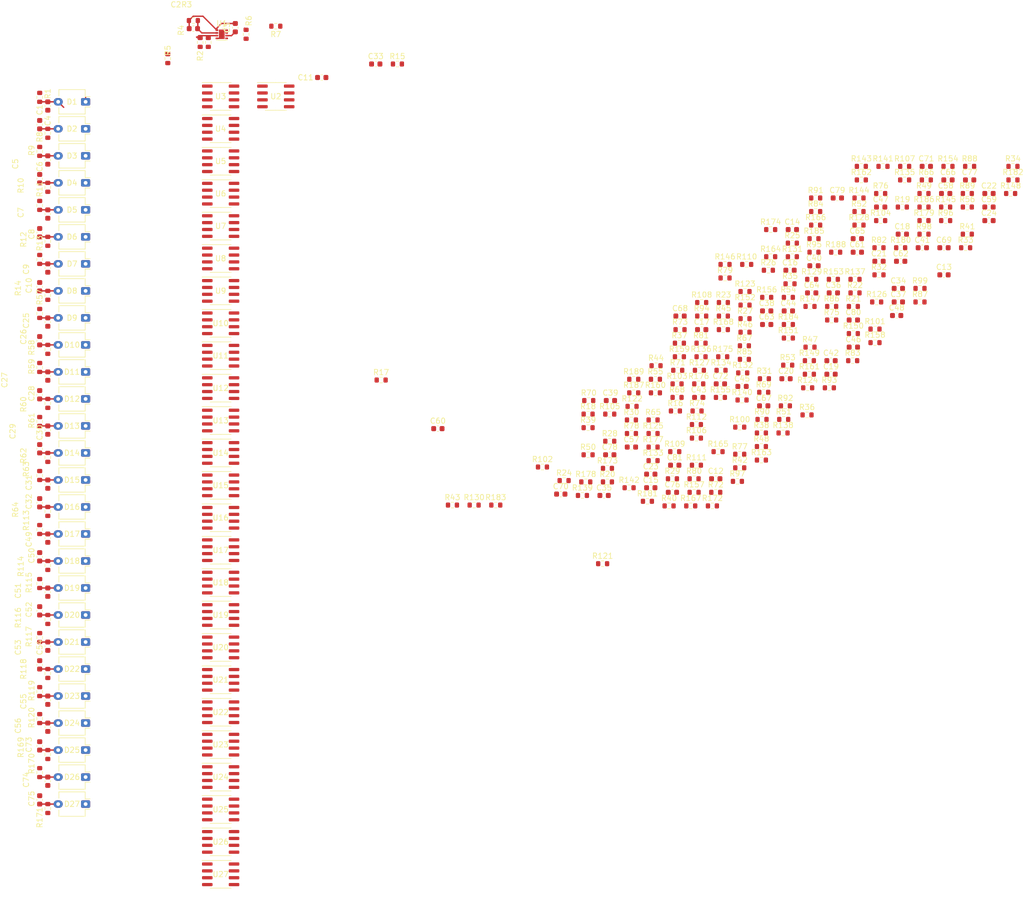
<source format=kicad_pcb>
(kicad_pcb (version 20211014) (generator pcbnew)
  (layers (0 "F.Cu" signal) (31 "B.Cu" signal) (34 "B.Paste" user) (35 "F.Paste" user) (36 "B.SilkS" user "B.Silkscreen") (37 "F.SilkS" user "F.Silkscreen") (38 "B.Mask" user) (39 "F.Mask" user) (44 "Edge.Cuts" user))
  (net 0 "")
  (net 1 "Net-(C1-Pad1)")
  (net 2 "GND")
  (net 3 "Net-(C4-Pad1)")
  (net 4 "Net-(C6-Pad1)")
  (net 5 "Net-(C7-Pad1)")
  (net 6 "Net-(C8-Pad1)")
  (net 7 "Net-(C9-Pad1)")
  (net 8 "Net-(C10-Pad1)")
  (net 9 "Net-(C11-Pad1)")
  (net 10 "Net-(C13-Pad1)")
  (net 11 "+3V3")
  (net 12 "Net-(C2-Pad2)")
  (net 13 "Net-(C5-Pad1)")
  (net 14 "Net-(C11-Pad2)")
  (net 15 "Net-(C12-Pad1)")
  (net 16 "Net-(C12-Pad2)")
  (net 17 "Net-(C13-Pad2)")
  (net 18 "Net-(C14-Pad1)")
  (net 19 "Net-(C14-Pad2)")
  (net 20 "Net-(C15-Pad1)")
  (net 21 "Net-(C15-Pad2)")
  (net 22 "Net-(C16-Pad1)")
  (net 23 "Net-(C16-Pad2)")
  (net 24 "Net-(C17-Pad1)")
  (net 25 "Net-(C17-Pad2)")
  (net 26 "Net-(C18-Pad2)")
  (net 27 "Net-(C19-Pad2)")
  (net 28 "Net-(C20-Pad2)")
  (net 29 "Net-(C21-Pad2)")
  (net 30 "Net-(C22-Pad2)")
  (net 31 "Net-(C23-Pad2)")
  (net 32 "Net-(C24-Pad2)")
  (net 33 "Net-(C25-Pad1)")
  (net 34 "Net-(C26-Pad1)")
  (net 35 "Net-(C27-Pad1)")
  (net 36 "Net-(C28-Pad1)")
  (net 37 "Net-(C29-Pad1)")
  (net 38 "Net-(C30-Pad1)")
  (net 39 "Net-(C31-Pad1)")
  (net 40 "Net-(C32-Pad1)")
  (net 41 "Net-(C33-Pad1)")
  (net 42 "Net-(C33-Pad2)")
  (net 43 "Net-(C34-Pad1)")
  (net 44 "Net-(C34-Pad2)")
  (net 45 "Net-(C35-Pad1)")
  (net 46 "Net-(C35-Pad2)")
  (net 47 "Net-(C36-Pad1)")
  (net 48 "Net-(C36-Pad2)")
  (net 49 "Net-(C37-Pad1)")
  (net 50 "Net-(C37-Pad2)")
  (net 51 "Net-(C38-Pad1)")
  (net 52 "Net-(C38-Pad2)")
  (net 53 "Net-(C39-Pad1)")
  (net 54 "Net-(C39-Pad2)")
  (net 55 "Net-(C40-Pad1)")
  (net 56 "Net-(C40-Pad2)")
  (net 57 "Net-(C41-Pad2)")
  (net 58 "Net-(C42-Pad2)")
  (net 59 "Net-(C43-Pad2)")
  (net 60 "Net-(C44-Pad2)")
  (net 61 "Net-(C45-Pad2)")
  (net 62 "Net-(C46-Pad2)")
  (net 63 "Net-(C47-Pad2)")
  (net 64 "Net-(C48-Pad2)")
  (net 65 "Net-(R36-Pad2)")
  (net 66 "Net-(R37-Pad2)")
  (net 67 "Net-(R38-Pad2)")
  (net 68 "Net-(R39-Pad2)")
  (net 69 "Net-(R40-Pad2)")
  (net 70 "Net-(R41-Pad2)")
  (net 71 "Net-(R42-Pad2)")
  (net 72 "Net-(R43-Pad2)")
  (net 73 "Net-(R44-Pad2)")
  (net 74 "Net-(R45-Pad2)")
  (net 75 "Net-(R46-Pad2)")
  (net 76 "Net-(R47-Pad2)")
  (net 77 "Net-(R48-Pad2)")
  (net 78 "Net-(R49-Pad2)")
  (net 86 "Net-(R89-Pad2)")
  (net 87 "Net-(R90-Pad2)")
  (net 88 "Net-(R91-Pad2)")
  (net 89 "Net-(R100-Pad1)")
  (net 90 "Net-(R101-Pad1)")
  (net 91 "Net-(R102-Pad1)")
  (net 92 "Net-(R103-Pad1)")
  (net 93 "Net-(R104-Pad1)")
  (net 94 "Net-(R105-Pad1)")
  (net 95 "Net-(R106-Pad1)")
  (net 96 "Net-(R107-Pad1)")
  (net 97 "Net-(R100-Pad2)")
  (net 98 "Net-(R101-Pad2)")
  (net 99 "Net-(R102-Pad2)")
  (net 100 "Net-(R103-Pad2)")
  (net 101 "Net-(R104-Pad2)")
  (net 110 "Net-(C49-Pad1)")
  (net 111 "Net-(C50-Pad1)")
  (net 112 "Net-(C51-Pad1)")
  (net 113 "Net-(C52-Pad1)")
  (net 114 "Net-(C53-Pad1)")
  (net 115 "Net-(C54-Pad1)")
  (net 116 "Net-(C55-Pad1)")
  (net 117 "Net-(C56-Pad1)")
  (net 118 "Net-(C57-Pad1)")
  (net 119 "Net-(C57-Pad2)")
  (net 120 "Net-(C58-Pad1)")
  (net 121 "Net-(C58-Pad2)")
  (net 122 "Net-(C59-Pad1)")
  (net 123 "Net-(C59-Pad2)")
  (net 124 "Net-(C60-Pad1)")
  (net 125 "Net-(C60-Pad2)")
  (net 126 "Net-(C61-Pad1)")
  (net 127 "Net-(C61-Pad2)")
  (net 128 "Net-(C62-Pad1)")
  (net 129 "Net-(C62-Pad2)")
  (net 130 "Net-(C63-Pad1)")
  (net 131 "Net-(C63-Pad2)")
  (net 132 "Net-(C64-Pad1)")
  (net 133 "Net-(C64-Pad2)")
  (net 134 "Net-(C65-Pad2)")
  (net 135 "Net-(C66-Pad2)")
  (net 136 "Net-(C67-Pad2)")
  (net 137 "Net-(C68-Pad2)")
  (net 138 "Net-(C69-Pad2)")
  (net 139 "Net-(C70-Pad2)")
  (net 140 "Net-(C71-Pad2)")
  (net 141 "Net-(C72-Pad2)")
  (net 142 "Net-(C73-Pad1)")
  (net 143 "Net-(C74-Pad1)")
  (net 144 "Net-(C75-Pad1)")
  (net 145 "Net-(C76-Pad1)")
  (net 146 "Net-(C76-Pad2)")
  (net 147 "Net-(C77-Pad1)")
  (net 148 "Net-(C77-Pad2)")
  (net 149 "Net-(C78-Pad1)")
  (net 150 "Net-(C78-Pad2)")
  (net 151 "Net-(C79-Pad2)")
  (net 152 "Net-(C80-Pad2)")
  (net 153 "Net-(C81-Pad2)")
  (net 154 "Net-(R145-Pad2)")
  (net 155 "Net-(R146-Pad2)")
  (net 156 "Net-(R147-Pad2)")
  (net 157 "Net-(R148-Pad2)")
  (net 158 "Net-(R149-Pad2)")
  (net 159 "Net-(R150-Pad2)")
  (net 160 "Net-(R151-Pad2)")
  (net 161 "Net-(R152-Pad2)")
  (net 162 "Net-(R153-Pad2)")
  (net 163 "Net-(R154-Pad2)")
  (net 164 "Net-(R155-Pad2)")
  (net 165 "Net-(R156-Pad2)")
  (net 166 "Net-(R157-Pad2)")
  (net 167 "Net-(R158-Pad2)")
  (net 168 "Net-(R159-Pad2)")
  (net 169 "Net-(R160-Pad2)")
  (net 178 "Net-(R181-Pad2)")
  (net 179 "Net-(R182-Pad2)")
  (net 180 "Net-(R183-Pad2)")
  (net 181 "Net-(R184-Pad2)")
  (net 182 "Net-(R185-Pad2)")
  (net 183 "Net-(R186-Pad2)")
  (net 188 "Net-(C2-Pad1)")
  (net 189 "Net-(C3-Pad2)")
  (net 190 "Net-(R5-Pad2)")
  (net 191 "Net-(R6-Pad2)")
  (footprint "Resistor_SMD:R_0603_1608Metric" (layer "F.Cu") (at 138.82 99.33)
    (fp_text reference "R28")
    (fp_text value "680k")
  )
  (footprint "Resistor_SMD:R_0603_1608Metric" (layer "F.Cu") (at 142.83 97.9)
    (fp_text reference "R78")
    (fp_text value "680k")
  )
  (footprint "Resistor_SMD:R_0603_1608Metric" (layer "F.Cu") (at 213.46 50.96)
    (fp_text reference "R182")
    (fp_text value "1k")
  )
  (footprint "Capacitor_SMD:C_0603_1608Metric" (layer "F.Cu") (at 69.5 22.775 -90)
    (fp_text reference "C3")
    (fp_text value "100n")
  )
  (footprint "Capacitor_SMD:C_0603_1608Metric" (layer "F.Cu") (at 33.29 80.725 90)
    (fp_text reference "C26")
    (fp_text value "100n")
  )
  (footprint "Capacitor_SMD:C_0603_1608Metric" (layer "F.Cu") (at 33.29 70.725 90)
    (fp_text reference "C10")
    (fp_text value "100n")
  )
  (footprint "Capacitor_SMD:C_0603_1608Metric" (layer "F.Cu") (at 33.29 130.725 90)
    (fp_text reference "C52")
    (fp_text value "100n")
  )
  (footprint "Resistor_SMD:R_0603_1608Metric" (layer "F.Cu") (at 33.29 85.675 -90)
    (fp_text reference "R59")
    (fp_text value "18k")
  )
  (footprint "Resistor_SMD:R_0603_1608Metric" (layer "F.Cu") (at 162.45 106.76)
    (fp_text reference "R97")
    (fp_text value "220k")
  )
  (footprint "Resistor_SMD:R_0603_1608Metric" (layer "F.Cu") (at 154.98 93.73)
    (fp_text reference "R74")
    (fp_text value "680k")
  )
  (footprint "Resistor_SMD:R_0603_1608Metric" (layer "F.Cu") (at 33.29 55.675 -90)
    (fp_text reference "R11")
    (fp_text value "18k")
  )
  (footprint "Resistor_SMD:R_0603_1608Metric" (layer "F.Cu") (at 33.29 65.675 -90)
    (fp_text reference "R13")
    (fp_text value "18k")
  )
  (footprint "Resistor_SMD:R_0603_1608Metric" (layer "F.Cu") (at 205.44 48.45)
    (fp_text reference "R88")
    (fp_text value "10k")
  )
  (footprint "Resistor_SMD:R_0603_1608Metric" (layer "F.Cu") (at 193.41 48.45)
    (fp_text reference "R107")
    (fp_text value "47")
  )
  (footprint "Resistor_SMD:R_0603_1608Metric" (layer "F.Cu") (at 185.39 48.45)
    (fp_text reference "R143")
    (fp_text value "10k")
  )
  (footprint "Capacitor_SMD:C_0603_1608Metric" (layer "F.Cu") (at 34.79 117.275 -90)
    (fp_text reference "C49")
    (fp_text value "100n")
  )
  (footprint "Resistor_SMD:R_0603_1608Metric" (layer "F.Cu") (at 34.79 112.325 90)
    (fp_text reference "R64")
    (fp_text value "18k")
  )
  (footprint "Resistor_SMD:R_0603_1608Metric" (layer "F.Cu") (at 163.43 86.68)
    (fp_text reference "R132")
    (fp_text value "680k")
  )
  (footprint "Capacitor_SMD:C_0603_1608Metric" (layer "F.Cu") (at 191.93 76.06)
    (fp_text reference "C48")
    (fp_text value "100n")
  )
  (footprint "OptoDevice:Osram_DIL2_4.3x4.65mm_P5.08mm" (layer "F.Cu") (at 41.79 116.5 180)
    (fp_text reference "D17")
    (fp_text value "BPW34")
  )
  (footprint "Resistor_SMD:R_0603_1608Metric" (layer "F.Cu") (at 155.84 73.65)
    (fp_text reference "R108")
    (fp_text value "47")
  )
  (footprint "Resistor_SMD:R_0603_1608Metric" (layer "F.Cu") (at 142.4 107.94)
    (fp_text reference "R142")
    (fp_text value "10k")
  )
  (footprint "Resistor_SMD:R_0603_1608Metric" (layer "F.Cu") (at 34.79 62.325 90)
    (fp_text reference "R12")
    (fp_text value "18k")
  )
  (footprint "Resistor_SMD:R_0603_1608Metric" (layer "F.Cu") (at 192.67 63.51)
    (fp_text reference "R180")
    (fp_text value "10k")
  )
  (footprint "Resistor_SMD:R_0603_1608Metric" (layer "F.Cu") (at 158.44 108.79)
    (fp_text reference "R72")
    (fp_text value "27k")
  )
  (footprint "Resistor_SMD:R_0603_1608Metric" (layer "F.Cu") (at 176.94 56.81)
    (fp_text reference "R84")
    (fp_text value "10k")
  )
  (footprint "Resistor_SMD:R_0603_1608Metric" (layer "F.Cu") (at 201.43 48.45)
    (fp_text reference "R154")
    (fp_text value "220k")
  )
  (footprint "Capacitor_SMD:C_0603_1608Metric" (layer "F.Cu") (at 197.42 48.45)
    (fp_text reference "C71")
    (fp_text value "100n")
  )
  (footprint "Capacitor_SMD:C_0603_1608Metric" (layer "F.Cu") (at 95.5 29.5)
    (fp_text reference "C33")
    (fp_text value "2p2")
  )
  (footprint "Resistor_SMD:R_0603_1608Metric" (layer "F.Cu") (at 146.84 97.9)
    (fp_text reference "R125")
    (fp_text value "27k")
  )
  (footprint "OptoDevice:Osram_DIL2_4.3x4.65mm_P5.08mm" (layer "F.Cu") (at 41.79 71.5 180)
    (fp_text reference "D8")
    (fp_text value "BPW34")
  )
  (footprint "Capacitor_SMD:C_0603_1608Metric" (layer "F.Cu") (at 176.63 66.85)
    (fp_text reference "C40")
    (fp_text value "2p2")
  )
  (footprint "Resistor_SMD:R_0603_1608Metric" (layer "F.Cu") (at 171.88 72.7)
    (fp_text reference "R54")
    (fp_text value "47")
  )
  (footprint "Resistor_SMD:R_0603_1608Metric" (layer "F.Cu") (at 151.71 83.69)
    (fp_text reference "R159")
    (fp_text value "220k")
  )
  (footprint "Resistor_SMD:R_0603_1608Metric" (layer "F.Cu") (at 162.88 101.74)
    (fp_text reference "R77")
    (fp_text value "680k")
  )
  (footprint "Capacitor_SMD:C_0603_1608Metric" (layer "F.Cu") (at 34.79 152.275 -90)
    (fp_text reference "C56")
    (fp_text value "100n")
  )
  (footprint "Resistor_SMD:R_0603_1608Metric" (layer "F.Cu") (at 179.47 89.44)
    (fp_text reference "R93")
    (fp_text value "1k")
  )
  (footprint "Package_SO:SOIC-8_3.9x4.9mm_P1.27mm" (layer "F.Cu") (at 66.79 41.5)
    (fp_text reference "U4")
    (fp_text value "MCP6022")
  )
  (footprint "Resistor_SMD:R_0603_1608Metric" (layer "F.Cu") (at 151.4 86.2)
    (fp_text reference "R71")
    (fp_text value "27k")
  )
  (footprint "Resistor_SMD:R_0603_1608Metric" (layer "F.Cu") (at 205.01 53.47)
    (fp_text reference "R89")
    (fp_text value "1k")
  )
  (footprint "Resistor_SMD:R_0603_1608Metric" (layer "F.Cu") (at 167.01 95.29)
    (fp_text reference "R90")
    (fp_text value "1k")
  )
  (footprint "Resistor_SMD:R_0603_1608Metric" (layer "F.Cu") (at 63 25.5 -90)
    (fp_text reference "R2")
    (fp_text value "27k")
  )
  (footprint "Resistor_SMD:R_0603_1608Metric" (layer "F.Cu") (at 184.22 69.36)
    (fp_text reference "R137")
    (fp_text value "10k")
  )
  (footprint "Capacitor_SMD:C_0603_1608Metric" (layer "F.Cu") (at 138.94 91.8)
    (fp_text reference "C39")
    (fp_text value "2p2")
  )
  (footprint "Resistor_SMD:R_0603_1608Metric" (layer "F.Cu") (at 160.16 69.11)
    (fp_text reference "R79")
    (fp_text value "680k")
  )
  (footprint "Capacitor_SMD:C_0603_1608Metric" (layer "F.Cu") (at 172.19 67.68)
    (fp_text reference "C16")
    (fp_text value "2p2")
  )
  (footprint "Resistor_SMD:R_0603_1608Metric" (layer "F.Cu") (at 134.81 94.31)
    (fp_text reference "R18")
    (fp_text value "27k")
  )
  (footprint "Resistor_SMD:R_0603_1608Metric" (layer "F.Cu") (at 34.79 167.325 90)
    (fp_text reference "R171")
    (fp_text value "18k")
  )
  (footprint "Resistor_SMD:R_0603_1608Metric" (layer "F.Cu") (at 151.83 78.67)
    (fp_text reference "R73")
    (fp_text value "680k")
  )
  (footprint "Resistor_SMD:R_0603_1608Metric" (layer "F.Cu") (at 159.85 78.67)
    (fp_text reference "R168")
    (fp_text value "47")
  )
  (footprint "OptoDevice:Osram_DIL2_4.3x4.65mm_P5.08mm" (layer "F.Cu") (at 41.79 151.5 180)
    (fp_text reference "D24")
    (fp_text value "BPW34")
  )
  (footprint "Resistor_SMD:R_0603_1608Metric" (layer "F.Cu") (at 158.87 101.26)
    (fp_text reference "R165")
    (fp_text value "47")
  )
  (footprint "Resistor_SMD:R_0603_1608Metric" (layer "F.Cu") (at 193.41 50.96)
    (fp_text reference "R135")
    (fp_text value "680k")
  )
  (footprint "Capacitor_SMD:C_0603_1608Metric" (layer "F.Cu") (at 172.62 60.15)
    (fp_text reference "C14")
    (fp_text value "2p2")
  )
  (footprint "Resistor_SMD:R_0603_1608Metric" (layer "F.Cu") (at 164.17 66.6)
    (fp_text reference "R110")
    (fp_text value "47")
  )
  (footprint "Resistor_SMD:R_0603_1608Metric" (layer "F.Cu") (at 157.82 111.3)
    (fp_text reference "R172")
    (fp_text value "27k")
  )
  (footprint "Capacitor_SMD:C_0603_1608Metric" (layer "F.Cu") (at 138.82 101.84)
    (fp_text reference "C78")
    (fp_text value "2p2")
  )
  (footprint "Capacitor_SMD:C_0603_1608Metric" (layer "F.Cu") (at 107 97)
    (fp_text reference "C60")
    (fp_text value "2p2")
  )
  (footprint "Resistor_SMD:R_0603_1608Metric" (layer "F.Cu") (at 33.29 160.675 -90)
    (fp_text reference "R170")
    (fp_text value "18k")
  )
  (footprint "Resistor_SMD:R_0603_1608Metric" (layer "F.Cu") (at 34.79 122.325 90)
    (fp_text reference "R114")
    (fp_text value "18k")
  )
  (footprint "Resistor_SMD:R_0603_1608Metric" (layer "F.Cu") (at 171.33 92.78)
    (fp_text reference "R92")
    (fp_text value "1k")
  )
  (footprint "Package_SO:SOIC-8_3.9x4.9mm_P1.27mm" (layer "F.Cu") (at 66.79 119.5)
    (fp_text reference "U17")
    (fp_text value "MCP6022")
  )
  (footprint "Resistor_SMD:R_0603_1608Metric" (layer "F.Cu") (at 171.88 77.72)
    (fp_text reference "R184")
    (fp_text value "220k")
  )
  (footprint "Resistor_SMD:R_0603_1608Metric" (layer "F.Cu") (at 176.94 59.32)
    (fp_text reference "R166")
    (fp_text value "47")
  )
  (footprint "Resistor_SMD:R_0603_1608Metric" (layer "F.Cu") (at 71.5 24 90)
    (fp_text reference "R6")
    (fp_text value "220k")
  )
  (footprint "Resistor_SMD:R_0603_1608Metric" (layer "F.Cu") (at 134.93 91.8)
    (fp_text reference "R70")
    (fp_text value "27k")
  )
  (footprint "Capacitor_SMD:C_0603_1608Metric" (layer "F.Cu") (at 171.45 87.76)
    (fp_text reference "C20")
    (fp_text value "100n")
  )
  (footprint "Resistor_SMD:R_0603_1608Metric" (layer "F.Cu") (at 188.66 68.53)
    (fp_text reference "R32")
    (fp_text value "10k")
  )
  (footprint "Package_SO:SOIC-8_3.9x4.9mm_P1.27mm" (layer "F.Cu") (at 66.79 131.5)
    (fp_text reference "U19")
    (fp_text value "MCP6022")
  )
  (footprint "Resistor_SMD:R_0603_1608Metric" (layer "F.Cu") (at 204.7 63.51)
    (fp_text reference "R33")
    (fp_text value "10k")
  )
  (footprint "Resistor_SMD:R_0603_1608Metric" (layer "F.Cu") (at 213.03 53.47)
    (fp_text reference "R148")
    (fp_text value "1k")
  )
  (footprint "Resistor_SMD:R_0603_1608Metric" (layer "F.Cu") (at 142.95 92.88)
    (fp_text reference "R122")
    (fp_text value "27k")
  )
  (footprint "Resistor_SMD:R_0603_1608Metric" (layer "F.Cu") (at 189.4 48.45)
    (fp_text reference "R141")
    (fp_text value "10k")
  )
  (footprint "Capacitor_SMD:C_0603_1608Metric" (layer "F.Cu") (at 142.83 100.41)
    (fp_text reference "C57")
    (fp_text value "2p2")
  )
  (footprint "Capacitor_SMD:C_0603_1608Metric" (layer "F.Cu") (at 33.29 60.725 90)
    (fp_text reference "C8")
    (fp_text value "100n")
  )
  (footprint "Resistor_SMD:R_0603_1608Metric" (layer "F.Cu") (at 150.42 106.28)
    (fp_text reference "R29")
    (fp_text value "10k")
  )
  (footprint "Resistor_SMD:R_0603_1608Metric" (layer "F.Cu") (at 196.99 53.47)
    (fp_text reference "R49")
    (fp_text value "220k")
  )
  (footprint "OptoDevice:Osram_DIL2_4.3x4.65mm_P5.08mm" (layer "F.Cu") (at 41.79 51.5 180)
    (fp_text reference "D4")
    (fp_text value "BPW34")
  )
  (footprint "Resistor_SMD:R_0603_1608Metric" (layer "F.Cu") (at 168.61 60.15)
    (fp_text reference "R174")
    (fp_text value "27k")
  )
  (footprint "Capacitor_SMD:C_0603_1608Metric" (layer "F.Cu") (at 155.84 78.67)
    (fp_text reference "C17")
    (fp_text value "2p2")
  )
  (footprint "Resistor_SMD:R_0603_1608Metric" (layer "F.Cu") (at 159.3 91.22)
    (fp_text reference "R155")
    (fp_text value "220k")
  )
  (footprint "Resistor_SMD:R_0603_1608Metric" (layer "F.Cu") (at 96.5 88)
    (fp_text reference "R17")
    (fp_text value "27k")
  )
  (footprint "Capacitor_SMD:C_0603_1608Metric" (layer "F.Cu") (at 34.79 67.275 -90)
    (fp_text reference "C9")
    (fp_text value "100n")
  )
  (footprint "Resistor_SMD:R_0603_1608Metric" (layer "F.Cu") (at 155.29 88.71)
    (fp_text reference "R176")
    (fp_text value "680k")
  )
  (footprint "Capacitor_SMD:C_0603_1608Metric" (layer "F.Cu") (at 179.78 86.93)
    (fp_text reference "C19")
    (fp_text value "100n")
  )
  (footprint "Resistor_SMD:R_0603_1608Metric" (layer "F.Cu") (at 175.34 94.46)
    (fp_text reference "R36")
    (fp_text value "1k")
  )
  (footprint "Resistor_SMD:R_0603_1608Metric" (layer "F.Cu") (at 134.81 96.82)
    (fp_text reference "R39")
    (fp_text value "1k")
  )
  (footprint "Capacitor_SMD:C_0603_1608Metric" (layer "F.Cu") (at 34.79 57.275 -90)
    (fp_text reference "C7")
    (fp_text value "100n")
  )
  (footprint "Resistor_SMD:R_0603_1608Metric" (layer "F.Cu") (at 57 28.5 -90)
    (fp_text reference "R5")
    (fp_text value "1k")
  )
  (footprint "Resistor_SMD:R_0603_1608Metric" (layer "F.Cu") (at 163.86 71.62)
    (fp_text reference "R123")
    (fp_text value "27k")
  )
  (footprint "Capacitor_SMD:C_0603_1608Metric" (layer "F.Cu") (at 146.41 107.94)
    (fp_text reference "C15")
    (fp_text value "2p2")
  )
  (footprint "Resistor_SMD:R_0603_1608Metric" (layer "F.Cu") (at 166.89 97.8)
    (fp_text reference "R38")
    (fp_text value "1k")
  )
  (footprint "Capacitor_SMD:C_0603_1608Metric" (layer "F.Cu") (at 33.29 155.725 90)
    (fp_text reference "C73")
    (fp_text value "100n")
  )
  (footprint "Resistor_SMD:R_0603_1608Metric" (layer "F.Cu") (at 154.43 108.79)
    (fp_text reference "R157")
    (fp_text value "220k")
  )
  (footprint "Capacitor_SMD:C_0603_1608Metric" (layer "F.Cu") (at 33.29 50.725 90)
    (fp_text reference "C6")
    (fp_text value "100n")
  )
  (footprint "Resistor_SMD:R_0603_1608Metric" (layer "F.Cu") (at 154.86 98.75)
    (fp_text reference "R106")
    (fp_text value "47")
  )
  (footprint "OptoDevice:Osram_DIL2_4.3x4.65mm_P5.08mm" (layer "F.Cu") (at 41.79 66.5 180)
    (fp_text reference "D7")
    (fp_text value "BPW34")
  )
  (footprint "OptoDevice:Osram_DIL2_4.3x4.65mm_P5.08mm" (layer "F.Cu") (at 41.79 46.5 180)
    (fp_text reference "D3")
    (fp_text value "BPW34")
  )
  (footprint "Capacitor_SMD:C_0603_1608Metric" (layer "F.Cu") (at 200.69 68.53)
    (fp_text reference "C13")
    (fp_text value "2p2")
  )
  (footprint "Capacitor_SMD:C_0603_1608Metric" (layer "F.Cu") (at 61.737258 22.955)
    (fp_text reference "C2")
    (fp_text value "2p2")
  )
  (footprint "Package_SO:SOIC-8_3.9x4.9mm_P1.27mm" (layer "F.Cu") (at 66.79 125.5)
    (fp_text reference "U18")
    (fp_text value "MCP6022")
  )
  (footprint "Resistor_SMD:R_0603_1608Metric" (layer "F.Cu") (at 213.46 48.45)
    (fp_text reference "R34")
    (fp_text value "10k")
  )
  (footprint "Capacitor_SMD:C_0603_1608Metric" (layer "F.Cu") (at 34.79 137.275 -90)
    (fp_text reference "C53")
    (fp_text value "100n")
  )
  (footprint "Package_SO:SOIC-8_3.9x4.9mm_P1.27mm" (layer "F.Cu") (at 66.79 95.5)
    (fp_text reference "U13")
    (fp_text value "MCP6022")
  )
  (footprint "Resistor_SMD:R_0603_1608Metric" (layer "F.Cu") (at 147.27 87.86)
    (fp_text reference "R55")
    (fp_text value "47")
  )
  (footprint "Resistor_SMD:R_0603_1608Metric" (layer "F.Cu") (at 188.97 53.47)
    (fp_text reference "R76")
    (fp_text value "680k")
  )
  (footprint "Capacitor_SMD:C_0603_1608Metric" (layer "F.Cu") (at 34.79 107.275 -90)
    (fp_text reference "C31")
    (fp_text value "100n")
  )
  (footprint "Resistor_SMD:R_0603_1608Metric" (layer "F.Cu") (at 159.85 76.16)
    (fp_text reference "R45")
    (fp_text value "220k")
  )
  (footprint "Capacitor_SMD:C_0603_1608Metric" (layer "F.Cu") (at 34.79 47.275 -90)
    (fp_text reference "C5")
    (fp_text value "100n")
  )
  (footprint "OptoDevice:Osram_DIL2_4.3x4.65mm_P5.08mm" (layer "F.Cu") (at 41.79 86.5 180)
    (fp_text reference "D11")
    (fp_text value "BPW34")
  )
  (footprint "Capacitor_SMD:C_0603_1608Metric" (layer "F.Cu") (at 180.21 71.87)
    (fp_text reference "C36")
    (fp_text value "2p2")
  )
  (footprint "Resistor_SMD:R_0603_1608Metric" (layer "F.Cu") (at 166.89 102.82)
    (fp_text reference "R163")
    (fp_text value "47")
  )
  (footprint "Package_SO:SOIC-8_3.9x4.9mm_P1.27mm" (layer "F.Cu") (at 77 35.5)
    (fp_text reference "U2")
    (fp_text value "MCP6022")
  )
  (footprint "Package_SO:SOIC-8_3.9x4.9mm_P1.27mm" (layer "F.Cu") (at 66.79 113.5)
    (fp_text reference "U16")
    (fp_text value "MCP6022")
  )
  (footprint "Resistor_SMD:R_0603_1608Metric" (layer "F.Cu") (at 205.01 61)
    (fp_text reference "R41")
    (fp_text value "1k")
  )
  (footprint "Capacitor_SMD:C_0603_1608Metric" (layer "F.Cu") (at 167.87 75.21)
    (fp_text reference "C38")
    (fp_text value "2p2")
  )
  (footprint "Capacitor_SMD:C_0603_1608Metric" (layer "F.Cu") (at 34.79 87.275 -90)
    (fp_text reference "C27")
    (fp_text value "100n")
  )
  (footprint "Capacitor_SMD:C_0603_1608Metric" (layer "F.Cu") (at 34.79 97.275 -90)
    (fp_text reference "C29")
    (fp_text value "100n")
  )
  (footprint "Package_SO:SOIC-8_3.9x4.9mm_P1.27mm" (layer "F.Cu") (at 66.79 53.5)
    (fp_text reference "U6")
    (fp_text value "MCP6022")
  )
  (footprint "Resistor_SMD:R_0603_1608Metric" (layer "F.Cu") (at 168.61 65.17)
    (fp_text reference "R164")
    (fp_text value "47")
  )
  (footprint "Package_SO:SOIC-8_3.9x4.9mm_P1.27mm" (layer "F.Cu") (at 66.79 83.5)
    (fp_text reference "U11")
    (fp_text value "MCP6022")
  )
  (footprint "Resistor_SMD:R_0603_1608Metric" (layer "F.Cu") (at 159.73 83.69)
    (fp_text reference "R175")
    (fp_text value "680k")
  )
  (footprint "Resistor_SMD:R_0603_1608Metric" (layer "F.Cu") (at 201 55.98)
    (fp_text reference "R145")
    (fp_text value "1k")
  )
  (footprint "Resistor_SMD:R_0603_1608Metric" (layer "F.Cu") (at 172.62 65.17)
    (fp_text reference "R131")
    (fp_text value "680k")
  )
  (footprint "Resistor_SMD:R_0603_1608Metric" (layer "F.Cu") (at 175.77 86.93)
    (fp_text reference "R161")
    (fp_text value "47")
  )
  (footprint "Resistor_SMD:R_0603_1608Metric" (layer "F.Cu") (at 34.79 132.325 90)
    (fp_text reference "R116")
    (fp_text value "18k")
  )
  (footprint "Resistor_SMD:R_0603_1608Metric" (layer "F.Cu") (at 145.79 110.45)
    (fp_text reference "R181")
    (fp_text value "1k")
  )
  (footprint "Resistor_SMD:R_0603_1608Metric" (layer "F.Cu") (at 196.99 55.98)
    (fp_text reference "R186")
    (fp_text value "220k")
  )
  (footprint "Resistor_SMD:R_0603_1608Metric" (layer "F.Cu") (at 196.99 61)
    (fp_text reference "R98")
    (fp_text value "220k")
  )
  (footprint "Capacitor_SMD:C_0603_1608Metric" (layer "F.Cu") (at 85.5 32 180)
    (fp_text reference "C11")
    (fp_text value "2p2")
  )
  (footprint "Capacitor_SMD:C_0603_1608Metric" (layer "F.Cu") (at 137.77 109.37)
    (fp_text reference "C35")
    (fp_text value "2p2")
  )
  (footprint "Package_SO:SOIC-8_3.9x4.9mm_P1.27mm" (layer "F.Cu") (at 66.79 59.5)
    (fp_text reference "U7")
    (fp_text value "MCP6022")
  )
  (footprint "Resistor_SMD:R_0603_1608Metric" (layer "F.Cu") (at 179.9 74.38)
    (fp_text reference "R86")
    (fp_text value "10k")
  )
  (footprint "OptoDevice:Osram_DIL2_4.3x4.65mm_P5.08mm" (layer "F.Cu") (at 41.79 111.5 180)
    (fp_text reference "D16")
    (fp_text value "BPW34")
  )
  (footprint "Resistor_SMD:R_0603_1608Metric" (layer "F.Cu") (at 176.63 61.83)
    (fp_text reference "R185")
    (fp_text value "220k")
  )
  (footprint "Package_SO:SOIC-8_3.9x4.9mm_P1.27mm" (layer "F.Cu") (at 66.79 35.5)
    (fp_text reference "U3")
    (fp_text value "MCP6022")
  )
  (footprint "Resistor_SMD:R_0603_1608Metric" (layer "F.Cu") (at 33.29 150.675 -90)
    (fp_text reference "R120")
    (fp_text value "18k")
  )
  (footprint "OptoDevice:Osram_DIL2_4.3x4.65mm_P5.08mm" (layer "F.Cu") (at 41.79 131.5 180)
    (fp_text reference "D20")
    (fp_text value "BPW34")
  )
  (footprint "Resistor_SMD:R_0603_1608Metric" (layer "F.Cu") (at 196.99 58.49)
    (fp_text reference "R179")
    (fp_text value "10k")
  )
  (footprint "Resistor_SMD:R_0603_1608Metric" (layer "F.Cu") (at 179.9 76.89)
    (fp_text reference "R75")
    (fp_text value "680k")
  )
  (footprint "Resistor_SMD:R_0603_1608Metric" (layer "F.Cu") (at 34.79 142.325 90)
    (fp_text reference "R118")
    (fp_text value "18k")
  )
  (footprint "Resistor_SMD:R_0603_1608Metric" (layer "F.Cu") (at 171.76 85.25)
    (fp_text reference "R53")
    (fp_text value "47")
  )
  (footprint "Resistor_SMD:R_0603_1608Metric" (layer "F.Cu") (at 163.86 76.64)
    (fp_text reference "R27")
    (fp_text value "680k")
  )
  (footprint "Capacitor_SMD:C_0603_1608Metric" (layer "F.Cu") (at 33.29 165.725 90)
    (fp_text reference "C75")
    (fp_text value "100n")
  )
  (footprint "Package_SO:SOIC-8_3.9x4.9mm_P1.27mm" (layer "F.Cu") (at 66.79 161.5)
    (fp_text reference "U24")
    (fp_text value "MCP6022")
  )
  (footprint "Resistor_SMD:R_0603_1608Metric" (layer "F.Cu") (at 34.79 102.325 90)
    (fp_text reference "R62")
    (fp_text value "18k")
  )
  (footprint "Package_SO:SOIC-8_3.9x4.9mm_P1.27mm" (layer "F.Cu") (at 66.79 47.5)
    (fp_text reference "U5")
    (fp_text value "MCP6022")
  )
  (footprint "Capacitor_SMD:C_0603_1608Metric" (layer "F.Cu") (at 34.79 77.275 -90)
    (fp_text reference "C25")
    (fp_text value "100n")
  )
  (footprint "Capacitor_SMD:C_0603_1608Metric" (layer "F.Cu") (at 205.44 50.96)
    (fp_text reference "C77")
    (fp_text value "2p2")
  )
  (footprint "Capacitor_SMD:C_0603_1608Metric" (layer "F.Cu") (at 129.75 109.12)
    (fp_text reference "C70")
    (fp_text value "100n")
  )
  (footprint "Resistor_SMD:R_0603_1608Metric" (layer "F.Cu") (at 184.96 54.3)
    (fp_text reference "R144")
    (fp_text value "10k")
  )
  (footprint "Resistor_SMD:R_0603_1608Metric" (layer "F.Cu") (at 172.19 70.19)
    (fp_text reference "R35")
    (fp_text value "10k")
  )
  (footprint "Capacitor_SMD:C_0603_1608Metric" (layer "F.Cu") (at 33.29 110.725 90)
    (fp_text reference "C32")
    (fp_text value "100n")
  )
  (footprint "Capacitor_SMD:C_0603_1608Metric" (layer "F.Cu") (at 163.31 89.19)
    (fp_text reference "C45")
    (fp_text value "100n")
  )
  (footprint "OptoDevice:Osram_DIL2_4.3x4.65mm_P5.08mm" (layer "F.Cu") (at 41.79 36.5 180)
    (fp_text reference "D1")
    (fp_text value "BPW34")
  )
  (footprint "Capacitor_SMD:C_0603_1608Metric" (layer "F.Cu") (at 176.2 71.87)
    (fp_text reference "C64")
    (fp_text value "2p2")
  )
  (footprint "Capacitor_SMD:C_0603_1608Metric" (layer "F.Cu") (at 34.79 147.275 -90)
    (fp_text reference "C55")
    (fp_text value "100n")
  )
  (footprint "Resistor_SMD:R_0603_1608Metric" (layer "F.Cu") (at 151.28 88.71)
    (fp_text reference "R103")
    (fp_text value "220k")
  )
  (footprint "Resistor_SMD:R_0603_1608Metric" (layer "F.Cu") (at 33.29 115.675 -90)
    (fp_text reference "R113")
    (fp_text value "18k")
  )
  (footprint "Resistor_SMD:R_0603_1608Metric" (layer "F.Cu") (at 33.29 95.675 -90)
    (fp_text reference "R61")
    (fp_text value "18k")
  )
  (footprint "OptoDevice:Osram_DIL2_4.3x4.65mm_P5.08mm" (layer "F.Cu") (at 41.79 141.5 180)
    (fp_text reference "D22")
    (fp_text value "BPW34")
  )
  (footprint "Package_SO:SOIC-8_3.9x4.9mm_P1.27mm" (layer "F.Cu") (at 66.79 101.5)
    (fp_text reference "U14")
    (fp_text value "MCP6022")
  )
  (footprint "Capacitor_SMD:C_0603_1608Metric" (layer "F.Cu") (at 171.88 75.21)
    (fp_text reference "C44")
    (fp_text value "100n")
  )
  (footprint "Capacitor_SMD:C_0603_1608Metric" (layer "F.Cu") (at 209.02 55.98)
    (fp_text reference "C59")
    (fp_text value "2p2")
  )
  (footprint "Resistor_SMD:R_0603_1608Metric" (layer "F.Cu") (at 180.21 69.36)
    (fp_text reference "R153")
    (fp_text value "220k")
  )
  (footprint "Resistor_SMD:R_0603_1608Metric" (layer "F.Cu") (at 146.84 95.39)
    (fp_text reference "R65")
    (fp_text value "27k")
  )
  (footprint "Capacitor_SMD:C_0603_1608Metric" (layer "F.Cu") (at 33.29 90.725 90)
    (fp_text reference "C28")
    (fp_text value "100n")
  )
  (footprint "Resistor_SMD:R_0603_1608Metric" (layer "F.Cu") (at 163.31 91.7)
    (fp_text reference "R140")
    (fp_text value "10k")
  )
  (footprint "Capacitor_SMD:C_0603_1608Metric" (layer "F.Cu") (at 201 53.47)
    (fp_text reference "C58")
    (fp_text value "2p2")
  )
  (footprint "Capacitor_SMD:C_0603_1608Metric" (layer "F.Cu") (at 33.29 120.725 90)
    (fp_text reference "C50")
    (fp_text value "100n")
  )
  (footprint "Resistor_SMD:R_0603_1608Metric" (layer "F.Cu") (at 34.79 72.325 90)
    (fp_text reference "R14")
    (fp_text value "18k")
  )
  (footprint "Capacitor_SMD:C_0603_1608Metric" (layer "F.Cu") (at 150.85 103.77)
    (fp_text reference "C81")
    (fp_text value "100n")
  )
  (footprint "Capacitor_SMD:C_0603_1608Metric" (layer "F.Cu") (at 192.24 71.04)
    (fp_text reference "C34")
    (fp_text value "2p2")
  )
  (footprint "OptoDevice:Osram_DIL2_4.3x4.65mm_P5.08mm" (layer "F.Cu") (at 41.79 41.5 180)
    (fp_text reference "D2")
    (fp_text value "BPW34")
  )
  (footprint "Resistor_SMD:R_0603_1608Metric" (layer "F.Cu") (at 188.23 73.55)
    (fp_text reference "R126")
    (fp_text value "27k")
  )
  (footprint "Resistor_SMD:R_0603_1608Metric" (layer "F.Cu") (at 167.32 90.27)
    (fp_text reference "R69")
    (fp_text value "27k")
  )
  (footprint "Capacitor_SMD:C_0603_1608Metric" (layer "F.Cu") (at 146.41 105.43)
    (fp_text reference "C23")
    (fp_text value "100n")
  )
  (footprint "Resistor_SMD:R_0603_1608Metric" (layer "F.Cu") (at 33.29 105.675 -90)
    (fp_text reference "R63")
    (fp_text value "18k")
  )
  (footprint "Capacitor_SMD:C_0603_1608Metric" (layer "F.Cu") (at 159.3 88.71)
    (fp_text reference "C72")
    (fp_text value "100n")
  )
  (footprint "Resistor_SMD:R_0603_1608Metric" (layer "F.Cu") (at 163.86 79.15)
    (fp_text reference "R46")
    (fp_text value "220k")
  )
  (footprint "Resistor_SMD:R_0603_1608Metric" (layer "F.Cu") (at 34.79 52.325 90)
    (fp_text reference "R10")
    (fp_text value "18k")
  )
  (footprint "Resistor_SMD:R_0603_1608Metric" (layer "F.Cu") (at 205.01 55.98)
    (fp_text reference "R56")
    (fp_text value "47")
  )
  (footprint "Resistor_SMD:R_0603_1608Metric" (layer "F.Cu") (at 155.72 81.18)
    (fp_text reference "R81")
    (fp_text value "10k")
  )
  (footprint "Resistor_SMD:R_0603_1608Metric" (layer "F.Cu") (at 183.91 79.4)
    (fp_text reference "R150")
    (fp_text value "1k")
  )
  (footprint "Resistor_SMD:R_0603_1608Metric" (layer "F.Cu") (at 162.88 96.72)
    (fp_text reference "R100")
    (fp_text value "220k")
  )
  (footprint "Resistor_SMD:R_0603_1608Metric" (layer "F.Cu") (at 188.97 58.49)
    (fp_text reference "R104")
    (fp_text value "220k")
  )
  (footprint "Resistor_SMD:R_0603_1608Metric" (layer "F.Cu") (at 185.39 50.96)
    (fp_text reference "R162")
    (fp_text value "47")
  )
  (footprint "Resistor_SMD:R_0603_1608Metric" (layer "F.Cu") (at 197.42 50.96)
    (fp_text reference "R66")
    (fp_text value "27k")
  )
  (footprint "Resistor_SMD:R_0603_1608Metric" (layer "F.Cu") (at 180.64 64.34)
    (fp_text reference "R188")
    (fp_text value "47")
  )
  (footprint "Capacitor_SMD:C_0603_1608Metric" (layer "F.Cu") (at 183.91 76.89)
    (fp_text reference "C80")
    (fp_text value "100n")
  )
  (footprint "Package_SO:SOIC-8_3.9x4.9mm_P1.27mm" (layer "F.Cu") (at 66.79 173.5)
    (fp_text reference "U26")
    (fp_text value "MCP6022")
  )
  (footprint "Resistor_SMD:R_0603_1608Metric" (layer "F.Cu") (at 143.26 87.86)
    (fp_text reference "R189")
    (fp_text value "47")
  )
  (footprint "Capacitor_SMD:C_0603_1608Metric" (layer "F.Cu") (at 192.98 61)
    (fp_text reference "C18")
    (fp_text value "100n")
  )
  (footprint "Resistor_SMD:R_0603_1608Metric" (layer "F.Cu") (at 142.83 95.39)
    (fp_text reference "R30")
    (fp_text value "10k")
  )
  (footprint "Capacitor_SMD:C_0603_1608Metric" (layer "F.Cu") (at 155.29 91.22)
    (fp_text reference "C43")
    (fp_text value "100n")
  )
  (footprint "Resistor_SMD:R_0603_1608Metric" (layer "F.Cu") (at 176.94 54.3)
    (fp_text reference "R91")
    (fp_text value "1k")
  )
  (footprint "Capacitor_SMD:C_0603_1608Metric" (layer "F.Cu") (at 34.79 37.275 -90)
    (fp_text reference "C1")
    (fp_text value "100n")
  )
  (footprint "Resistor_SMD:R_0603_1608Metric" (layer "F.Cu") (at 168.18 67.68)
    (fp_text reference "R26")
    (fp_text value "680k")
  )
  (footprint "Resistor_SMD:R_0603_1608Metric" (layer "F.Cu") (at 34.79 82.325 90)
    (fp_text reference "R58")
    (fp_text value "18k")
  )
  (footprint "OptoDevice:Osram_DIL2_4.3x4.65mm_P5.08mm" (layer "F.Cu") (at 41.79 126.5 180)
    (fp_text reference "D19")
    (fp_text value "BPW34")
  )
  (footprint "Resistor_SMD:R_0603_1608Metric" (layer "F.Cu") (at 34.79 92.325 90)
    (fp_text reference "R60")
    (fp_text value "18k")
  )
  (footprint "Package_SO:SOIC-8_3.9x4.9mm_P1.27mm" (layer "F.Cu") (at 66.79 143.5)
    (fp_text reference "U21")
    (fp_text value "MCP6022")
  )
  (footprint "Package_SO:SOIC-8_3.9x4.9mm_P1.27mm" (layer "F.Cu") (at 66.79 71.5)
    (fp_text reference "U9")
    (fp_text value "MCP6022")
  )
  (footprint "Package_SO:SOIC-8_3.9x4.9mm_P1.27mm" (layer "F.Cu") (at 66.79 65.5)
    (fp_text reference "U8")
    (fp_text value "MCP6022")
  )
  (footprint "Resistor_SMD:R_0603_1608Metric" (layer "F.Cu") (at 171.02 95.29)
    (fp_text reference "R51")
    (fp_text value "47")
  )
  (footprint "Resistor_SMD:R_0603_1608Metric" (layer "F.Cu") (at 137.5 122)
    (fp_text reference "R121")
    (fp_text value "27k")
  )
  (footprint "Capacitor_SMD:C_0603_1608Metric" (layer "F.Cu") (at 201.43 50.96)
    (fp_text reference "C66")
    (fp_text value "100n")
  )
  (footprint "Resistor_SMD:R_0603_1608Metric" (layer "F.Cu") (at 138.39 106.86)
    (fp_text reference "R20")
    (fp_text value "27k")
  )
  (footprint "Resistor_SMD:R_0603_1608Metric" (layer "F.Cu") (at 150.97 93.73)
    (fp_text reference "R16")
    (fp_text value "27k")
  )
  (footprint "Resistor_SMD:R_0603_1608Metric" (layer "F.Cu") (at 176.63 64.34)
    (fp_text reference "R95")
    (fp_text value "1k")
  )
  (footprint "Package_SO:SOIC-8_3.9x4.9mm_P1.27mm" (layer "F.Cu") (at 66.79 149.5)
    (fp_text reference "U22")
    (fp_text value "MCP6022")
  )
  (footprint "Capacitor_SMD:C_0603_1608Metric" (layer "F.Cu") (at 167.32 92.78)
    (fp_text reference "C67")
    (fp_text value "100n")
  )
  (footprint "Resistor_SMD:R_0603_1608Metric" (layer "F.Cu") (at 77 22.5)
    (fp_text reference "R7")
    (fp_text value "47")
  )
  (footprint "Capacitor_SMD:C_0603_1608Metric" (layer "F.Cu") (at 180.95 54.3)
    (fp_text reference "C79")
    (fp_text value "100n")
  )
  (footprint "Resistor_SMD:R_0603_1608Metric" (layer "F.Cu") (at 33.29 145.675 -90)
    (fp_text reference "R119")
    (fp_text value "18k")
  )
  (footprint "Resistor_SMD:R_0603_1608Metric" (layer "F.Cu") (at 146.84 100.41)
    (fp_text reference "R177")
    (fp_text value "680k")
  )
  (footprint "Resistor_SMD:R_0603_1608Metric" (layer "F.Cu") (at 187.92 81.08)
    (fp_text reference "R158")
    (fp_text value "220k")
  )
  (footprint "Capacitor_SMD:C_0603_1608Metric" (layer "F.Cu") (at 158.44 106.28)
    (fp_text reference "C12")
    (fp_text value "2p2")
  )
  (footprint "Resistor_SMD:R_0603_1608Metric" (layer "F.Cu") (at 138.39 104.35)
    (fp_text reference "R173")
    (fp_text value "27k")
  )
  (footprint "Resistor_SMD:R_0603_1608Metric" (layer "F.Cu") (at 159.42 86.2)
    (fp_text reference "R134")
    (fp_text value "680k")
  )
  (footprint "Resistor_SMD:R_0603_1608Metric" (layer "F.Cu") (at 33.29 135.675 -90)
    (fp_text reference "R117")
    (fp_text value "18k")
  )
  (footprint "Resistor_SMD:R_0603_1608Metric" (layer "F.Cu") (at 167.44 87.76)
    (fp_text reference "R31")
    (fp_text value "10k")
  )
  (footprint "OptoDevice:Osram_DIL2_4.3x4.65mm_P5.08mm" (layer "F.Cu") (at 41.79 76.5 180)
    (fp_text reference "D9")
    (fp_text value "BPW34")
  )
  (footprint "Resistor_SMD:R_0603_1608Metric" (layer "F.Cu") (at 126.36 104.1)
    (fp_text reference "R102")
    (fp_text value "220k")
  )
  (footprint "OptoDevice:Osram_DIL2_4.3x4.65mm_P5.08mm" (layer "F.Cu") (at 41.79 96.5 180)
    (fp_text reference "D13")
    (fp_text value "BPW34")
  )
  (footprint "Resistor_SMD:R_0603_1608Metric" (layer "F.Cu") (at 170.9 97.8)
    (fp_text reference "R138")
    (fp_text value "10k")
  )
  (footprint "Capacitor_SMD:C_0603_1608Metric" (layer "F.Cu") (at 188.97 55.98)
    (fp_text reference "C47")
    (fp_text value "100n")
  )
  (footprint "Capacitor_SMD:C_0603_1608Metric" (layer "F.Cu") (at 192.24 73.55)
    (fp_text reference "C37")
    (fp_text value "2p2")
  )
  (footprint "Resistor_SMD:R_0603_1608Metric" (layer "F.Cu") (at 150.85 101.26)
    (fp_text reference "R109")
    (fp_text value "47")
  )
  (footprint "OptoDevice:Osram_DIL2_4.3x4.65mm_P5.08mm" (layer "F.Cu") (at 41.79 121.5 180)
    (fp_text reference "D18")
    (fp_text value "BPW34")
  )
  (footprint "Capacitor_SMD:C_0603_1608Metric" (layer "F.Cu") (at 33.29 140.725 90)
    (fp_text reference "C54")
    (fp_text value "100n")
  )
  (footprint "Package_SO:SOIC-8_3.9x4.9mm_P1.27mm" (layer "F.Cu") (at 66.79 107.5)
    (fp_text reference "U15")
    (fp_text value "MCP6022")
  )
  (footprint "Capacitor_SMD:C_0603_1608Metric" (layer "F.Cu") (at 151.83 76.16)
    (fp_text reference "C68")
    (fp_text value "100n")
  )
  (footprint "OptoDevice:Osram_DIL2_4.3x4.65mm_P5.08mm" (layer "F.Cu") (at 41.79 161.5 180)
    (fp_text reference "D26")
    (fp_text value "BPW34")
  )
  (footprint "Package_SO:SOIC-8_3.9x4.9mm_P1.27mm" (layer "F.Cu") (at 66.79 77.5)
    (fp_text reference "U10")
    (fp_text value "MCP6022")
  )
  (footprint "OptoDevice:Osram_DIL2_4.3x4.65mm_P5.08mm" (layer "F.Cu") (at 41.79 56.5 180)
    (fp_text reference "D5")
    (fp_text value "BPW34")
  )
  (footprint "Resistor_SMD:R_0603_1608Metric" (layer "F.Cu") (at 184.96 59.32)
    (fp_text reference "R128")
    (fp_text value "27k")
  )
  (footprint "Capacitor_SMD:C_0603_1608Metric" (layer "F.Cu") (at 33.29 40.725 90)
    (fp_text reference "C4")
    (fp_text value "100n")
  )
  (footprint "Resistor_SMD:R_0603_1608Metric" (layer "F.Cu") (at 33.29 75.675 -90)
    (fp_text reference "R57")
    (fp_text value "18k")
  )
  (footprint "Package_SO:SOIC-8_3.9x4.9mm_P1.27mm" (layer "F.Cu") (at 66.79 179.5)
    (fp_text reference "U27")
    (fp_text value "MCP6022")
  )
  (footprint "Capacitor_SMD:C_0603_1608Metric" (layer "F.Cu") (at 209.02 53.47)
    (fp_text reference "C22")
    (fp_text value "100n")
  )
  (footprint "OptoDevice:Osram_DIL2_4.3x4.65mm_P5.08mm" (layer "F.Cu") (at 41.79 146.5 180)
    (fp_text reference "D23")
    (fp_text value "BPW34")
  )
  (footprint "Resistor_SMD:R_0603_1608Metric" (layer "F.Cu") (at 33.29 125.675 -90)
    (fp_text reference "R115")
    (fp_text value "18k")
  )
  (footprint "Resistor_SMD:R_0603_1608Metric" (layer "F.Cu") (at 109.7 111.15)
    (fp_text reference "R43")
    (fp_text value "220k")
  )
  (footprint "Resistor_SMD:R_0603_1608Metric" (layer "F.Cu") (at 175.89 81.91)
    (fp_text reference "R47")
    (fp_text value "220k")
  )
  (footprint "Resistor_SMD:R_0603_1608Metric" (layer "F.Cu") (at 183.91 74.38)
    (fp_text reference "R21")
    (fp_text value "27k")
  )
  (footprint "OptoDevice:Osram_DIL2_4.3x4.65mm_P5.08mm" (layer "F.Cu") (at 41.79 61.5 180)
    (fp_text reference "D6")
    (fp_text value "BPW34")
  )
  (footprint "Resistor_SMD:R_0603_1608Metric" (layer "F.Cu") (at 33.29 35.675 -90)
    (fp_text reference "R1")
    (fp_text value "18k")
  )
  (footprint "Capacitor_SMD:C_0603_1608Metric" (layer "F.Cu") (at 167.87 77.72)
    (fp_text reference "C63")
    (fp_text value "2p2")
  )
  (footprint "Resistor_SMD:R_0603_1608Metric" (layer "F.Cu") (at 175.46 89.44)
    (fp_text reference "R124")
    (fp_text value "27k")
  )
  (footprint "Resistor_SMD:R_0603_1608Metric" (layer "F.Cu") (at 196.25 71.04)
    (fp_text reference "R99")
    (fp_text value "220k")
  )
  (footprint "Resistor_SMD:R_0603_1608Metric" (layer "F.Cu") (at 192.98 55.98)
    (fp_text reference "R19")
    (fp_text value "27k")
  )
  (footprint "Capacitor_SMD:C_0603_1608Metric" (layer "F.Cu") (at 184.65 61.83)
    (fp_text reference "C65")
    (fp_text value "100n")
  )
  (footprint "Capacitor_SMD:C_0603_1608Metric" (layer "F.Cu") (at 209.02 58.49)
    (fp_text reference "C24")
    (fp_text value "100n")
  )
  (footprint "Resistor_SMD:R_0603_1608Metric" (layer "F.Cu") (at 34.79 157.325 90)
    (fp_text reference "R169")
    (fp_text value "18k")
  )
  (footprint "Resistor_SMD:R_0603_1608Metric" (layer "F.Cu") (at 163.74 84.17)
    (fp_text reference "R85")
    (fp_text value "10k")
  )
  (footprint "Resistor_SMD:R_0603_1608Metric" (layer "F.Cu") (at 34.79 42.325 90)
    (fp_text reference "R8")
    (fp_text value "18k")
  )
  (footprint "Resistor_SMD:R_0603_1608Metric" (layer "F.Cu") (at 151.71 81.18)
    (fp_text reference "R37")
    (fp_text value "1k")
  )
  (footprint "Resistor_SMD:R_0603_1608Metric" (layer "F.Cu") (at 153.81 111.3)
    (fp_text reference "R167")
    (fp_text value "47")
  )
  (footprint "Package_SO:SOIC-8_3.9x4.9mm_P1.27mm" (layer "F.Cu") (at 66.79 137.5)
    (fp_text reference "U20")
    (fp_text value "MCP6022")
  )
  (footprint "OptoDevice:Osram_DIL2_4.3x4.65mm_P5.08mm" (layer "F.Cu") (at 41.79 91.5 180)
    (fp_text reference "D12")
    (fp_text value "BPW34")
  )
  (footprint "OptoDevice:Osram_DIL2_4.3x4.65mm_P5.08mm" (layer "F.Cu") (at 41.79 166.5 180)
    (fp_text reference "D27")
    (fp_text value "BPW34")
  )
  (footprint "Resistor_SMD:R_0603_1608Metric" (layer "F.Cu") (at 143.26 90.37)
    (fp_text reference "R187")
    (fp_text value "47")
  )
  (footprint "Resistor_SMD:R_0603_1608Metric" (layer "F.Cu") (at 196.25 73.55)
    (fp_text reference "R87")
    (fp_text value "10k")
  )
  (footprint "Package_SO:SOIC-8_3.9x4.9mm_P1.27mm" (layer "F.Cu") (at 66.79 167.5)
    (fp_text reference "U25")
    (fp_text value "MCP6022")
  )
  (footprint "Resistor_SMD:R_0603_1608Metric" (layer "F.Cu") (at 133.76 109.37)
    (fp_text reference "R139")
    (fp_text value "10k")
  )
  (footprint "Resistor_SMD:R_0603_1608Metric" (layer "F.Cu") (at 154.86 96.24)
    (fp_text reference "R112")
    (fp_text value "47")
  )
  (footprint "Resistor_SMD:R_0603_1608Metric" (layer "F.Cu") (at 159.85 73.65)
    (fp_text reference "R23")
    (fp_text value "680k")
  )
  (footprint "Resistor_SMD:R_0603_1608Metric" (layer "F.Cu") (at 99.51 29.5)
    (fp_text reference "R15")
    (fp_text value "27k")
  )
  (footprint "Capacitor_SMD:C_0603_1608Metric" (layer "F.Cu") (at 200.69 63.51)
    (fp_text reference "C69")
    (fp_text value "100n")
  )
  (footprint "Resistor_SMD:R_0603_1608Metric" (layer "F.Cu") (at 138.82 94.31)
    (fp_text reference "R105")
    (fp_text value "47")
  )
  (footprint "Resistor_SMD:R_0603_1608Metric" (layer "F.Cu") (at 149.8 111.3)
    (fp_text reference "R40")
    (fp_text value "1k")
  )
  (footprint "Resistor_SMD:R_0603_1608Metric" (layer "F.Cu") (at 183.79 84.42)
    (fp_text reference "R83")
    (fp_text value "10k")
  )
  (footprint "Resistor_SMD:R_0603_1608Metric" (layer "F.Cu") (at 146.84 102.92)
    (fp_text reference "R133")
    (fp_text value "680k")
  )
  (footprint "Capacitor_SMD:C_0603_1608Metric" (layer "F.Cu") (at 34.79 127.275 -90)
    (fp_text reference "C51")
    (fp_text value "100n")
  )
  (footprint "Resistor_SMD:R_0603_1608Metric" (layer "F.Cu") (at 147.27 90.37)
    (fp_text reference "R160")
    (fp_text value "220k")
  )
  (footprint "Resistor_SMD:R_0603_1608Metric" (layer "F.Cu") (at 188.66 63.51)
    (fp_text reference "R82")
    (fp_text value "10k")
  )
  (footprint "Capacitor_SMD:C_0603_1608Metric" (layer "F.Cu") (at 179.78 84.42)
    (fp_text reference "C42")
    (fp_text value "100n")
  )
  (footprint "Resistor_SMD:R_0603_1608Metric" (layer "F.Cu") (at 163.74 81.66)
    (fp_text reference "R67")
    (fp_text value "27k")
  )
  (footprint "Resistor_SMD:R_0603_1608Metric" (layer "F.Cu") (at 134.38 106.86)
    (fp_text reference "R178")
    (fp_text value "10k")
  )
  (footprint "Resistor_SMD:R_0603_1608Metric" (layer "F.Cu") (at 184.22 71.87)
    (fp_text reference "R22")
    (fp_text value "680k")
  )
  (footprint "Resistor_SMD:R_0603_1608Metric" (layer "F.Cu") (at 172.62 62.66)
    (fp_text reference "R25")
    (fp_text value "680k")
  )
  (footprint "OptoDevice:Osram_DIL2_4.3x4.65mm_P5.08mm" (layer "F.Cu") (at 41.79 136.5 180)
    (fp_text reference "D21")
    (fp_text value "BPW34")
  )
  (footprint "Resistor_SMD:R_0603_1608Metric" (layer "F.Cu") (at 64.5 25.5 -90)
    (fp_text reference "R4")
    (fp_text value "10k")
  )
  (footprint "Resistor_SMD:R_0603_1608Metric" (layer "F.Cu") (at 155.72 83.69)
    (fp_text reference "R136")
    (fp_text value "680k")
  )
  (footprint "Resistor_SMD:R_0603_1608Metric" (layer "F.Cu") (at 117.72 111.15)
    (fp_text reference "R183")
    (fp_text value "1k")
  )
  (footprint "Resistor_SMD:R_0603_1608Metric" (layer "F.Cu") (at 187.92 78.57)
    (fp_text reference "R101")
    (fp_text value "220k")
  )
  (footprint "Resistor_SMD:R_0603_1608Metric" (layer "F.Cu") (at 201 58.49)
    (fp_text reference "R96")
    (fp_text value "1k")
  )
  (footprint "Resistor_SMD:R_0603_1608Metric" (layer "F.Cu") (at 184.96 56.81)
    (fp_text reference "R52")
    (fp_text value "47")
  )
  (footprint "Resistor_SMD:R_0603_1608Metric" (layer "F.Cu") (at 147.39 85.35)
    (fp_text reference "R44")
    (fp_text value "220k")
  )
  (footprint "Resistor_SMD:R_0603_1608Metric" (layer "F.Cu") (at 154.43 106.28)
    (fp_text reference "R80")
    (fp_text value "680k")
  )
  (footprint "OptoDevice:Osram_DIL2_4.3x4.65mm_P5.08mm" (layer "F.Cu") (at 41.79 101.5 180)
    (fp_text reference "D14")
    (fp_text value "BPW34")
  )
  (footprint "Resistor_SMD:R_0603_1608Metric" (layer "F.Cu") (at 175.89 74.38)
    (fp_text reference "R147")
    (fp_text value "1k")
  )
  (footprint "Resistor_SMD:R_0603_1608Metric" (layer "F.Cu") (at 155.84 76.16)
    (fp_text reference "R94")
    (fp_text value "1k")
  )
  (footprint "Resistor_SMD:R_0603_1608Metric" (layer "F.Cu") (at 130.37 106.61)
    (fp_text reference "R24")
    (fp_text value "680k")
  )
  (footprint "Resistor_SMD:R_0603_1608Metric" (layer "F.Cu") (at 61.737258 21.455 180)
    (fp_text reference "R3")
    (fp_text value "680k")
  )
  (footprint "Capacitor_SMD:C_0603_1608Metric" (layer "F.Cu") (at 188.66 66.02)
    (fp_text reference "C21")
    (fp_text value "100n")
  )
  (footprint "Resistor_SMD:R_0603_1608Metric" (layer "F.Cu") (at 171.88 80.23)
    (fp_text reference "R151")
    (fp_text value "1k")
  )
  (footprint "Package_DFN_QFN:DFN-8-1EP_2x2mm_P0.5mm_EP1.05x1.75mm" (layer "F.Cu") (at 67 24)
    (fp_text reference "U1")
    (fp_text value "TSV912IQ2T")
  )
  (footprint "Capacitor_SMD:C_0603_1608Metric" (layer "F.Cu") (at 34.79 162.275 -90)
    (fp_text reference "C74")
    (fp_text value "100n")
  )
  (footprint "Capacitor_SMD:C_0603_1608Metric" (layer "F.Cu") (at 183.91 81.91)
    (fp_text reference "C46")
    (fp_text value "100n")
  )
  (footprint "Package_SO:SOIC-8_3.9x4.9mm_P1.27mm" (layer "F.Cu") (at 66.79 89.5)
    (fp_text reference "U12")
    (fp_text value "MCP6022")
  )
  (footprint "Resistor_SMD:R_0603_1608Metric" (layer "F.Cu") (at 33.29 45.675 -90)
    (fp_text reference "R9")
    (fp_text value "18k")
  )
  (footprint "Resistor_SMD:R_0603_1608Metric" (layer "F.Cu") (at 154.86 103.77)
    (fp_text reference "R111")
    (fp_text value "47")
  )
  (footprint "Resistor_SMD:R_0603_1608Metric" (layer "F.Cu") (at 163.86 74.13)
    (fp_text reference "R152")
    (fp_text value "1k")
  )
  (footprint "Resistor_SMD:R_0603_1608Metric" (layer "F.Cu") (at 166.89 100.31)
    (fp_text reference "R48")
    (fp_text value "220k")
  )
  (footprint "Resistor_SMD:R_0603_1608Metric" (layer "F.Cu") (at 113.71 111.15)
    (fp_text reference "R130")
    (fp_text value "680k")
  )
  (footprint "OptoDevice:Osram_DIL2_4.3x4.65mm_P5.08mm" (layer "F.Cu") (at 41.79 156.5 180)
    (fp_text reference "D25")
    (fp_text value "BPW34")
  )
  (footprint "Resistor_SMD:R_0603_1608Metric" (layer "F.Cu") (at 162.88 104.25)
    (fp_text reference "R42")
    (fp_text value "1k")
  )
  (footprint "OptoDevice:Osram_DIL2_4.3x4.65mm_P5.08mm" (layer "F.Cu") (at 41.79 81.5 180)
    (fp_text reference "D10")
    (fp_text value "BPW34")
  )
  (footprint "Resistor_SMD:R_0603_1608Metric" (layer "F.Cu") (at 167.87 72.7)
    (fp_text reference "R156")
    (fp_text value "220k")
  )
  (footprint "Capacitor_SMD:C_0603_1608Metric" (layer "F.Cu") (at 192.67 66.02)
    (fp_text reference "C62")
    (fp_text value "2p2")
  )
  (footprint "Capacitor_SMD:C_0603_1608Metric" (layer "F.Cu") (at 184.65 64.34)
    (fp_text reference "C61")
    (fp_text value "2p2")
  )
  (footprint "Resistor_SMD:R_0603_1608Metric" (layer "F.Cu") (at 176.2 69.36)
    (fp_text reference "R129")
    (fp_text value "680k")
  )
  (footprint "Resistor_SMD:R_0603_1608Metric" (layer "F.Cu") (at 175.77 84.42)
    (fp_text reference "R149")
    (fp_text value "1k")
  )
  (footprint "Capacitor_SMD:C_0603_1608Metric" (layer "F.Cu") (at 33.29 100.725 90)
    (fp_text reference "C30")
    (fp_text value "100n")
  )
  (footprint "Package_SO:SOIC-8_3.9x4.9mm_P1.27mm" (layer "F.Cu") (at 66.79 155.5)
    (fp_text reference "U23")
    (fp_text value "MCP6022")
  )
  (footprint "OptoDevice:Osram_DIL2_4.3x4.65mm_P5.08mm" (layer "F.Cu") (at 41.79 106.5 180)
    (fp_text reference "D15")
    (fp_text value "BPW34")
  )
  (footprint "Capacitor_SMD:C_0603_1608Metric" (layer "F.Cu") (at 196.68 63.51)
    (fp_text reference "C41")
    (fp_text value "100n")
  )
  (footprint "Capacitor_SMD:C_0603_1608Metric" (layer "F.Cu") (at 150.42 108.79)
    (fp_text reference "C76")
    (fp_text value "2p2")
  )
  (footprint "Resistor_SMD:R_0603_1608Metric" (layer "F.Cu") (at 151.28 91.22)
    (fp_text reference "R68")
    (fp_text value "27k")
  )
  (footprint "Resistor_SMD:R_0603_1608Metric" (layer "F.Cu") (at 155.41 86.2)
    (fp_text reference "R127")
    (fp_text value "27k")
  )
  (footprint "Resistor_SMD:R_0603_1608Metric" (layer "F.Cu") (at 134.81 101.84)
    (fp_text reference "R50")
    (fp_text value "47")
  )
  (footprint "Resistor_SMD:R_0603_1608Metric" (layer "F.Cu") (at 160.16 66.6)
    (fp_text reference "R146")
    (fp_text value "1k")
  )
  (segment (start 62.46 24.635) (end 62.325 24.5) (width 0.25) (layer "F.Cu") (net 1))
  (segment (start 36.71 36.5) (end 33.29 36.5) (width 0.25) (layer "F.Cu") (net 1))
  (segment (start 62.75 24.25) (end 66.1 24.25) (width 0.25) (layer "F.Cu") (net 1))
  (segment (start 37.73452 37.52452) (end 36.71 36.5) (width 0.25) (layer "F.Cu") (net 1))
  (segment (start 62.5 24.5) (end 62.75 24.25) (width 0.25) (layer "F.Cu") (net 1))
  (segment (start 67 24.399022) (end 67 24) (width 0.25) (layer "F.Cu") (net 2))
  (segment (start 66.1 24.75) (end 66.649022 24.75) (width 0.25) (layer "F.Cu") (net 2))
  (segment (start 66.649022 24.75) (end 67 24.399022) (width 0.25) (layer "F.Cu") (net 2))
  (segment (start 36.71 41.5) (end 33.29 41.5) (width 0.25) (layer "F.Cu") (net 3))
  (segment (start 36.71 51.5) (end 33.29 51.5) (width 0.25) (layer "F.Cu") (net 4))
  (segment (start 36.71 56.5) (end 33.29 56.5) (width 0.25) (layer "F.Cu") (net 5))
  (segment (start 34.79 61.5) (end 33.29 61.5) (width 0.25) (layer "F.Cu") (net 6))
  (segment (start 36.71 61.5) (end 34.79 61.5) (width 0.25) (layer "F.Cu") (net 6))
  (segment (start 36.71 66.5) (end 33.29 66.5) (width 0.25) (layer "F.Cu") (net 7))
  (segment (start 36.71 71.5) (end 33.29 71.5) (width 0.25) (layer "F.Cu") (net 8))
  (segment (start 41.79 35.682862) (end 41.79 36.5) (width 0.25) (layer "F.Cu") (net 12))
  (segment (start 62.562258 22.905) (end 62.512258 22.955) (width 0.25) (layer "F.Cu") (net 12))
  (segment (start 62.602258 22.865) (end 62.512258 22.955) (width 0.25) (layer "F.Cu") (net 12))
  (segment (start 66.1 23.75) (end 63.307258 23.75) (width 0.25) (layer "F.Cu") (net 12))
  (segment (start 62.562258 21.455) (end 62.562258 22.905) (width 0.25) (layer "F.Cu") (net 12))
  (segment (start 63.307258 23.75) (end 62.512258 22.955) (width 0.25) (layer "F.Cu") (net 12))
  (segment (start 62.512258 21.505) (end 62.562258 21.455) (width 0.25) (layer "F.Cu") (net 12))
  (segment (start 36.71 46.5) (end 33.29 46.5) (width 0.25) (layer "F.Cu") (net 13))
  (segment (start 36.71 76.5) (end 33.29 76.5) (width 0.25) (layer "F.Cu") (net 33))
  (segment (start 36.71 81.5) (end 33.29 81.5) (width 0.25) (layer "F.Cu") (net 34))
  (segment (start 36.71 86.5) (end 33.29 86.5) (width 0.25) (layer "F.Cu") (net 35))
  (segment (start 36.71 91.5) (end 33.29 91.5) (width 0.25) (layer "F.Cu") (net 36))
  (segment (start 36.71 96.5) (end 33.29 96.5) (width 0.25) (layer "F.Cu") (net 37))
  (segment (start 36.71 101.5) (end 33.29 101.5) (width 0.25) (layer "F.Cu") (net 38))
  (segment (start 36.71 106.5) (end 33.29 106.5) (width 0.25) (layer "F.Cu") (net 39))
  (segment (start 36.71 111.5) (end 33.29 111.5) (width 0.25) (layer "F.Cu") (net 40))
  (segment (start 36.71 116.5) (end 33.29 116.5) (width 0.25) (layer "F.Cu") (net 110))
  (segment (start 36.71 121.5) (end 33.29 121.5) (width 0.25) (layer "F.Cu") (net 111))
  (segment (start 36.71 126.5) (end 33.29 126.5) (width 0.25) (layer "F.Cu") (net 112))
  (segment (start 36.71 131.5) (end 33.29 131.5) (width 0.25) (layer "F.Cu") (net 113))
  (segment (start 36.71 136.5) (end 33.29 136.5) (width 0.25) (layer "F.Cu") (net 114))
  (segment (start 36.71 141.5) (end 33.29 141.5) (width 0.25) (layer "F.Cu") (net 115))
  (segment (start 36.71 146.5) (end 33.29 146.5) (width 0.25) (layer "F.Cu") (net 116))
  (segment (start 36.71 151.5) (end 33.29 151.5) (width 0.25) (layer "F.Cu") (net 117))
  (segment (start 36.71 156.5) (end 33.29 156.5) (width 0.25) (layer "F.Cu") (net 142))
  (segment (start 36.71 161.5) (end 33.29 161.5) (width 0.25) (layer "F.Cu") (net 143))
  (segment (start 36.71 166.5) (end 33.29 166.5) (width 0.25) (layer "F.Cu") (net 144))
  (segment (start 63.50548 20.65548) (end 61.711778 20.65548) (width 0.25) (layer "F.Cu") (net 188))
  (segment (start 66.1 22.85) (end 66.1 23.25) (width 0.25) (layer "F.Cu") (net 188))
  (segment (start 60.962258 22.955) (end 60.962258 21.505) (width 0.25) (layer "F.Cu") (net 188))
  (segment (start 60.962258 21.505) (end 60.912258 21.455) (width 0.25) (layer "F.Cu") (net 188))
  (segment (start 60.692258 23.225) (end 60.962258 22.955) (width 0.25) (layer "F.Cu") (net 188))
  (segment (start 60.912258 22.905) (end 60.962258 22.955) (width 0.25) (layer "F.Cu") (net 188))
  (segment (start 69.5 22) (end 66.95 22) (width 0.25) (layer "F.Cu") (net 188))
  (segment (start 66.1 23.25) (end 63.50548 20.65548) (width 0.25) (layer "F.Cu") (net 188))
  (segment (start 61.711778 20.65548) (end 60.912258 21.455) (width 0.25) (layer "F.Cu") (net 188))
  (segment (start 66.95 22) (end 66.1 22.85) (width 0.25) (layer "F.Cu") (net 188))
  (segment (start 68.8 24.25) (end 69.5 23.55) (width 0.25) (layer "F.Cu") (net 189))
  (segment (start 67.9 24.25) (end 68.8 24.25) (width 0.25) (layer "F.Cu") (net 189))
  (segment (start 71.19 22.865) (end 71.5 23.175) (width 0.25) (layer "F.Cu") (net 191))
)
</source>
